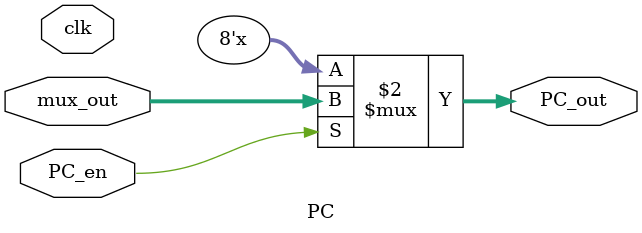
<source format=v>
module PC(
input clk, PC_en,
input [7:0] mux_out,
output [7:0] PC_out
    );
 
 always @(clk) if(PC_en) PC_out <= mux_out;
  
endmodule

</source>
